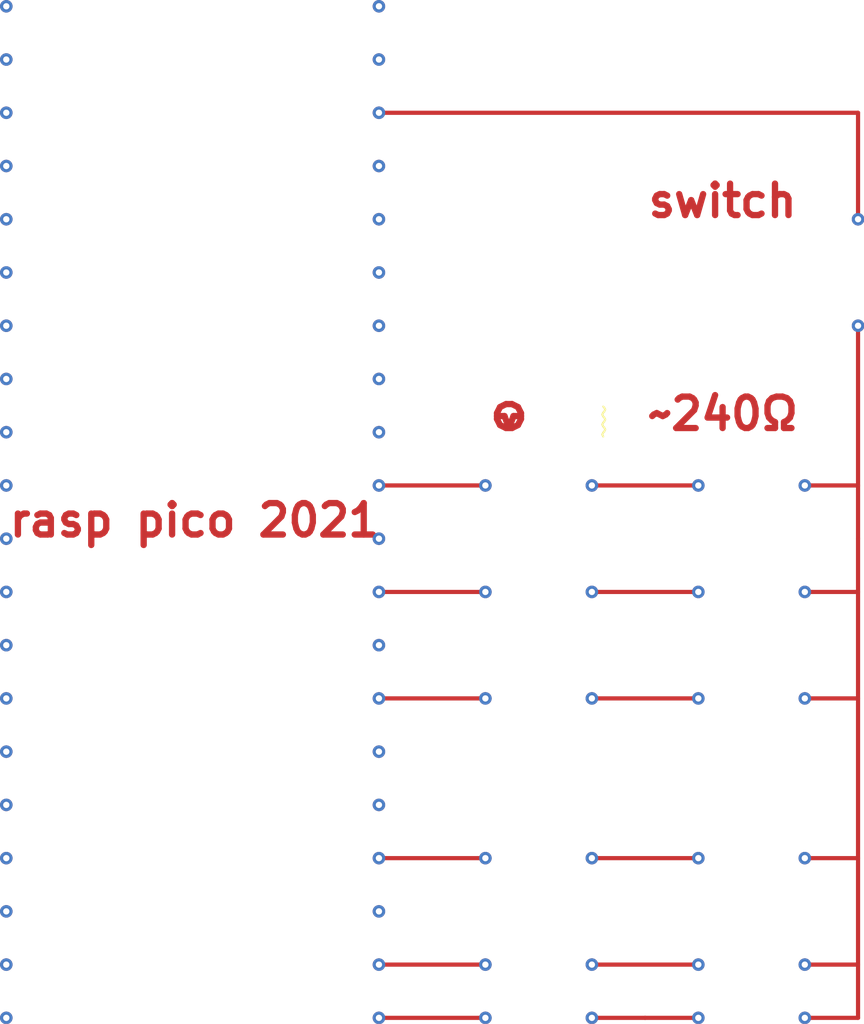
<source format=kicad_pcb>
(kicad_pcb (version 20230517) (generator pcbnew)

  (general
    (thickness 1.6)
  )

  (paper "A4")
  (layers
    (0 "F.Cu" signal)
    (31 "B.Cu" signal)
    (32 "B.Adhes" user "B.Adhesive")
    (33 "F.Adhes" user "F.Adhesive")
    (34 "B.Paste" user)
    (35 "F.Paste" user)
    (36 "B.SilkS" user "B.Silkscreen")
    (37 "F.SilkS" user "F.Silkscreen")
    (38 "B.Mask" user)
    (39 "F.Mask" user)
    (40 "Dwgs.User" user "User.Drawings")
    (41 "Cmts.User" user "User.Comments")
    (42 "Eco1.User" user "User.Eco1")
    (43 "Eco2.User" user "User.Eco2")
    (44 "Edge.Cuts" user)
    (45 "Margin" user)
    (46 "B.CrtYd" user "B.Courtyard")
    (47 "F.CrtYd" user "F.Courtyard")
    (48 "B.Fab" user)
    (49 "F.Fab" user)
    (50 "User.1" user)
    (51 "User.2" user)
    (52 "User.3" user)
    (53 "User.4" user)
    (54 "User.5" user)
    (55 "User.6" user)
    (56 "User.7" user)
    (57 "User.8" user)
    (58 "User.9" user)
  )

  (setup
    (pad_to_mask_clearance 0)
    (pcbplotparams
      (layerselection 0x00010fc_ffffffff)
      (plot_on_all_layers_selection 0x0000000_00000000)
      (disableapertmacros false)
      (usegerberextensions false)
      (usegerberattributes true)
      (usegerberadvancedattributes true)
      (creategerberjobfile true)
      (dashed_line_dash_ratio 12.000000)
      (dashed_line_gap_ratio 3.000000)
      (svgprecision 4)
      (plotframeref false)
      (viasonmask false)
      (mode 1)
      (useauxorigin false)
      (hpglpennumber 1)
      (hpglpenspeed 20)
      (hpglpendiameter 15.000000)
      (pdf_front_fp_property_popups true)
      (pdf_back_fp_property_popups true)
      (dxfpolygonmode true)
      (dxfimperialunits true)
      (dxfusepcbnewfont true)
      (psnegative false)
      (psa4output false)
      (plotreference true)
      (plotvalue true)
      (plotinvisibletext false)
      (sketchpadsonfab false)
      (subtractmaskfromsilk false)
      (outputformat 1)
      (mirror false)
      (drillshape 1)
      (scaleselection 1)
      (outputdirectory "")
    )
  )

  (net 0 "")

  (gr_text "⎉" (at 45.72 33.02) (layer "F.Cu") (tstamp 40508132-6fc8-4a6f-be98-713d4a6d6a8c)
    (effects (font (size 1.5 1.5) (thickness 0.3) bold) (justify left bottom))
  )
  (gr_text locked "rasp pico 2021\n" (at 22.86 38.1) (layer "F.Cu") (tstamp 5baea2b0-c57f-41b5-ad2d-eca20ed821a7)
    (effects (font (size 1.5 1.5) (thickness 0.3) bold) (justify left bottom))
  )
  (gr_text locked "~240Ω" (at 53.34 33.02) (layer "F.Cu") (tstamp 6a3d9ca3-2fb3-4000-b829-d66a717bf5fb)
    (effects (font (size 1.5 1.5) (thickness 0.3) bold) (justify left bottom))
  )
  (gr_text locked "switch" (at 53.34 22.86) (layer "F.Cu") (tstamp 92bb17bf-3738-4aeb-9916-65d222bb2f0c)
    (effects (font (size 1.5 1.5) (thickness 0.3) bold) (justify left bottom))
  )
  (gr_text "⌇" (at 50.8 33.02) (layer "F.SilkS") (tstamp 02dd2559-e347-4331-af64-8d0aa9320efa)
    (effects (font (size 1 1) (thickness 0.1)) (justify left bottom))
  )

  (segment (start 50.8 58.42) (end 55.88 58.42) (width 0.2) (layer "F.Cu") (net 0) (tstamp 057282a5-642f-40d1-988f-b8e87c53de11))
  (segment (start 60.96 53.34) (end 63.5 53.34) (width 0.2) (layer "F.Cu") (net 0) (tstamp 1191d831-6e80-4792-9424-f1abe906ecce))
  (segment (start 45.72 45.72) (end 40.64 45.72) (width 0.2) (layer "F.Cu") (net 0) (tstamp 125da035-766c-40ee-a6cc-0f0b513135a5))
  (segment (start 45.72 60.96) (end 40.64 60.96) (width 0.2) (layer "F.Cu") (net 0) (tstamp 13fe5552-1757-40b5-9d36-aee435b22264))
  (segment (start 60.96 45.72) (end 63.5 45.72) (width 0.2) (layer "F.Cu") (net 0) (tstamp 241ec422-715f-4320-b589-991ab31d2749))
  (segment (start 63.5 40.64) (end 63.5 58.42) (width 0) (layer "F.Cu") (net 0) (tstamp 2642ec30-0e97-4f16-b7ce-783f7770883a))
  (segment (start 63.5 27.94) (end 63.5 35.56) (width 0.2) (layer "F.Cu") (net 0) (tstamp 29328ebf-6c1b-4720-9ca6-13bb4032ce98))
  (segment (start 60.96 60.96) (end 63.5 60.96) (width 0.2) (layer "F.Cu") (net 0) (tstamp 2c00f634-2396-48f6-a42d-a6879411d587))
  (segment (start 50.8 40.64) (end 53.34 40.64) (width 0) (layer "F.Cu") (net 0) (tstamp 2d9d82b8-e985-4b7e-be4c-554cdf50b046))
  (segment (start 53.34 60.96) (end 55.88 60.96) (width 0.2) (layer "F.Cu") (net 0) (tstamp 43c126b4-8ae4-4b73-a508-90b77f30006e))
  (segment (start 50.8 60.96) (end 53.34 60.96) (width 0.2) (layer "F.Cu") (net 0) (tstamp 449cd066-8a7f-4019-b02b-ed2dc8e78ced))
  (segment (start 50.8 53.34) (end 55.88 53.34) (width 0.2) (layer "F.Cu") (net 0) (tstamp 44b13ef6-36bc-440d-bff0-a4edc4e86bb3))
  (segment (start 63.5 58.42) (end 63.5 60.96) (width 0) (layer "F.Cu") (net 0) (tstamp 68fa48d5-980e-4b9c-af44-c3917031d118))
  (segment (start 63.5 35.56) (end 63.5 40.64) (width 0) (layer "F.Cu") (net 0) (tstamp 8dc9f0a6-69a3-4765-9c70-65f0925bbe07))
  (segment (start 60.96 35.56) (end 63.5 35.56) (width 0.2) (layer "F.Cu") (net 0) (tstamp 92c05a36-bbcd-4692-ba8e-75e76775c69e))
  (segment (start 63.5 35.56) (end 63.5 38.1) (width 0.2) (layer "F.Cu") (net 0) (tstamp 9b55f58a-5561-47d2-bd36-0f430514750d))
  (segment (start 40.64 17.78) (end 63.5 17.78) (width 0.2) (layer "F.Cu") (net 0) (tstamp a33aedca-27dc-4768-a8fe-c6f75f3ca3b5))
  (segment (start 45.72 53.34) (end 40.64 53.34) (width 0.2) (layer "F.Cu") (net 0) (tstamp abfebf32-5b56-4acd-a90a-f5414a697d3d))
  (segment (start 40.64 58.42) (end 45.72 58.42) (width 0.2) (layer "F.Cu") (net 0) (tstamp af6a4df0-795f-4bfd-a2be-b54e918059b9))
  (segment (start 50.8 40.64) (end 55.88 40.64) (width 0.2) (layer "F.Cu") (net 0) (tstamp afa781d4-9028-4b85-a131-0dad198664b5))
  (segment (start 45.72 40.64) (end 40.64 40.64) (width 0.2) (layer "F.Cu") (net 0) (tstamp b3017f31-b837-4da1-8fc8-7f3f4f6bb0dd))
  (segment (start 53.34 40.64) (end 55.88 40.64) (width 0) (layer "F.Cu") (net 0) (tstamp b949cdf5-340b-4c19-bc99-184fc67179d4))
  (segment (start 63.5 38.1) (end 63.5 60.96) (width 0.2) (layer "F.Cu") (net 0) (tstamp c2597d0e-0e79-4e22-8117-9a0f36069ad6))
  (segment (start 50.8 60.96) (end 55.88 60.96) (width 0) (layer "F.Cu") (net 0) (tstamp c9845acc-8635-4dc3-a1dd-f8f45a28ae62))
  (segment (start 50.8 35.56) (end 55.88 35.56) (width 0.2) (layer "F.Cu") (net 0) (tstamp e1cf5153-d1e7-41d8-8b6e-21953ed3a611))
  (segment (start 60.96 40.64) (end 63.5 40.64) (width 0.2) (layer "F.Cu") (net 0) (tstamp ed1ff223-bb42-4337-a2a0-3c3301f8cd48))
  (segment (start 60.96 58.42) (end 63.5 58.42) (width 0.2) (layer "F.Cu") (net 0) (tstamp f4c6f916-302b-46db-9354-85121b04340f))
  (segment (start 40.64 35.56) (end 45.72 35.56) (width 0.2) (layer "F.Cu") (net 0) (tstamp f8242fbf-020a-4b5d-b05d-3f0d98dd52e8))
  (segment (start 50.8 45.72) (end 55.88 45.72) (width 0.2) (layer "F.Cu") (net 0) (tstamp fb0b5aff-fccf-436a-b5e8-7f44ceb669ae))
  (segment (start 63.5 17.78) (end 63.5 22.86) (width 0.2) (layer "F.Cu") (net 0) (tstamp fb5cf450-85fc-45c5-a5fa-c81a1c70ba6a))
  (via (at 22.86 27.94) (size 0.6) (drill 0.3) (layers "F.Cu" "B.Cu") (net 0) (tstamp 035087ff-6036-4c6c-be53-10bad5a66b51))
  (via (at 22.86 40.64) (size 0.6) (drill 0.3) (layers "F.Cu" "B.Cu") (net 0) (tstamp 03f46cbc-0723-48be-a21d-fb083ff10cb0))
  (via (at 40.64 30.48) (size 0.6) (drill 0.3) (layers "F.Cu" "B.Cu") (net 0) (tstamp 0473891a-9a91-4a4c-9813-6b0c1559c09a))
  (via (at 22.86 20.32) (size 0.6) (drill 0.3) (layers "F.Cu" "B.Cu") (net 0) (tstamp 0dc8d228-8d27-47cd-a656-b69507865284))
  (via (at 55.88 35.56) (size 0.6) (drill 0.3) (layers "F.Cu" "B.Cu") (net 0) (tstamp 11104d13-7b4a-4319-bf22-b054f2b0b9b6))
  (via (at 22.86 35.56) (size 0.6) (drill 0.3) (layers "F.Cu" "B.Cu") (net 0) (tstamp 1802bd46-af9c-4c3f-bdc8-27c8c30f07af))
  (via (at 22.86 12.7) (size 0.6) (drill 0.3) (layers "F.Cu" "B.Cu") (net 0) (tstamp 18ab9ca9-4415-4bc6-b4aa-e1d931cef678))
  (via (at 60.96 35.56) (size 0.6) (drill 0.3) (layers "F.Cu" "B.Cu") (net 0) (tstamp 1e0de609-94b2-4268-80f6-f911229199f5))
  (via (at 60.96 45.72) (size 0.6) (drill 0.3) (layers "F.Cu" "B.Cu") (net 0) (tstamp 1e3c7754-653a-4f2d-b53e-897b505e4b0d))
  (via (at 22.86 53.34) (size 0.6) (drill 0.3) (layers "F.Cu" "B.Cu") (net 0) (tstamp 211d6f9e-450c-4ccd-ab64-9f0ffaa31992))
  (via (at 22.86 55.88) (size 0.6) (drill 0.3) (layers "F.Cu" "B.Cu") (net 0) (tstamp 21deb92c-1df4-45e7-80ff-b7a602ff080d))
  (via (at 40.64 35.56) (size 0.6) (drill 0.3) (layers "F.Cu" "B.Cu") (net 0) (tstamp 2e011844-5837-44e6-8140-cd29bcafae11))
  (via (at 40.64 55.88) (size 0.6) (drill 0.3) (layers "F.Cu" "B.Cu") (net 0) (tstamp 316d4158-fe5d-410d-a68b-c999b32d7f5d))
  (via (at 50.8 60.96) (size 0.6) (drill 0.3) (layers "F.Cu" "B.Cu") (net 0) (tstamp 38b50698-7f3e-4b90-9000-5374232f5713))
  (via (at 22.86 43.18) (size 0.6) (drill 0.3) (layers "F.Cu" "B.Cu") (net 0) (tstamp 3d26d936-976d-4d28-a04a-28f96f689411))
  (via (at 40.64 53.34) (size 0.6) (drill 0.3) (layers "F.Cu" "B.Cu") (net 0) (tstamp 40542708-4af8-4cb0-8b9a-8be2992c672e))
  (via (at 40.64 33.02) (size 0.6) (drill 0.3) (layers "F.Cu" "B.Cu") (net 0) (tstamp 4afaf97e-a3f8-43bc-87ec-9c0848099e15))
  (via (at 60.96 40.64) (size 0.6) (drill 0.3) (layers "F.Cu" "B.Cu") (net 0) (tstamp 4d2f92ea-dbc0-4d23-8d1b-2ca42c50bc56))
  (via (at 22.86 48.26) (size 0.6) (drill 0.3) (layers "F.Cu" "B.Cu") (net 0) (tstamp 4e092f11-49aa-4554-9478-d8b45bb835ce))
  (via (at 50.8 53.34) (size 0.6) (drill 0.3) (layers "F.Cu" "B.Cu") (net 0) (tstamp 50775ac4-af93-4e5d-9a08-60eaa3e2084e))
  (via (at 22.86 58.42) (size 0.6) (drill 0.3) (layers "F.Cu" "B.Cu") (net 0) (tstamp 58a3bbc6-c663-48db-8cdf-f976fa08d50c))
  (via (at 45.72 53.34) (size 0.6) (drill 0.3) (layers "F.Cu" "B.Cu") (net 0) (tstamp 5e0f7009-f4e4-4150-abbf-ee56c321df9e))
  (via (at 40.64 12.7) (size 0.6) (drill 0.3) (layers "F.Cu" "B.Cu") (net 0) (tstamp 5e859e07-1262-4dd8-a9dc-751dabd9b820))
  (via (at 63.5 22.86) (size 0.6) (drill 0.3) (layers "F.Cu" "B.Cu") (net 0) (tstamp 69a6feeb-97a0-4df4-b2fd-4620d72a906e))
  (via (at 50.8 35.56) (size 0.6) (drill 0.3) (layers "F.Cu" "B.Cu") (net 0) (tstamp 6fdddebb-4b49-4b5b-9f39-21c22448be21))
  (via (at 45.72 40.64) (size 0.6) (drill 0.3) (layers "F.Cu" "B.Cu") (net 0) (tstamp 7099e328-89ea-4bde-ae65-2f4a7fa221fa))
  (via (at 60.96 53.34) (size 0.6) (drill 0.3) (layers "F.Cu" "B.Cu") (net 0) (tstamp 725a5155-7647-400e-a8d3-5e99db3cdc97))
  (via (at 40.64 50.8) (size 0.6) (drill 0.3) (layers "F.Cu" "B.Cu") (net 0) (tstamp 738ee70b-d9fe-477f-af35-e843e5840cde))
  (via (at 40.64 45.72) (size 0.6) (drill 0.3) (layers "F.Cu" "B.Cu") (net 0) (tstamp 74587449-8c76-45b2-97b2-6044c9f15ea4))
  (via (at 40.64 20.32) (size 0.6) (drill 0.3) (layers "F.Cu" "B.Cu") (net 0) (tstamp 7b315307-5d27-48f9-b0ac-2e4cfce098c5))
  (via (at 40.64 22.86) (size 0.6) (drill 0.3) (layers "F.Cu" "B.Cu") (net 0) (tstamp 7e5368d4-bbac-4134-9ee7-eea201c8182b))
  (via (at 45.72 45.72) (size 0.6) (drill 0.3) (layers "F.Cu" "B.Cu") (net 0) (tstamp 80470a26-41d0-4b3c-89c7-d3d5ac0c2d26))
  (via (at 50.8 45.72) (size 0.6) (drill 0.3) (layers "F.Cu" "B.Cu") (net 0) (tstamp 81352f9f-a99d-4795-bdcc-05f581ab5d56))
  (via (at 40.64 15.24) (size 0.6) (drill 0.3) (layers "F.Cu" "B.Cu") (net 0) (tstamp 8242945a-967e-4050-a279-a9467c683490))
  (via (at 60.96 60.96) (size 0.6) (drill 0.3) (layers "F.Cu" "B.Cu") (net 0) (tstamp 83e6caa4-559c-4c6a-a534-b33eae69a08d))
  (via (at 40.64 58.42) (size 0.6) (drill 0.3) (layers "F.Cu" "B.Cu") (net 0) (tstamp 857ebe4d-f0d0-4ac0-bf57-9d2835a1b92d))
  (via (at 22.86 33.02) (size 0.6) (drill 0.3) (layers "F.Cu" "B.Cu") (net 0) (tstamp 85b61358-f126-4e37-a4e4-8e5d9adfd32e))
  (via (at 22.86 60.96) (size 0.6) (drill 0.3) (layers "F.Cu" "B.Cu") (net 0) (tstamp 95ecdda6-154a-4c7f-a1ce-8ab38b814cc6))
  (via (at 22.86 50.8) (size 0.6) (drill 0.3) (layers "F.Cu" "B.Cu") (net 0) (tstamp a1e48470-3dcb-4772-86ca-cec3e2a2fb58))
  (via (at 40.64 43.18) (size 0.6) (drill 0.3) (layers "F.Cu" "B.Cu") (net 0) (tstamp a8358cba-0c40-4812-8d4f-e96c3ca1afc3))
  (via (at 22.86 22.86) (size 0.6) (drill 0.3) (layers "F.Cu" "B.Cu") (net 0) (tstamp a9e4ec33-a1b2-4ecd-a764-5496c34e73b2))
  (via (at 45.72 58.42) (size 0.6) (drill 0.3) (layers "F.Cu" "B.Cu") (net 0) (tstamp ad89954c-89bd-4ff0-9502-98de89adc65b))
  (via (at 60.96 58.42) (size 0.6) (drill 0.3) (layers "F.Cu" "B.Cu") (net 0) (tstamp aee55fd6-dac4-499a-87ff-2b35c488804c))
  (via (at 40.64 40.64) (size 0.6) (drill 0.3) (layers "F.Cu" "B.Cu") (net 0) (tstamp b4b48a32-ea81-4b27-808b-c50457cbb497))
  (via (at 22.86 30.48) (size 0.6) (drill 0.3) (layers "F.Cu" "B.Cu") (net 0) (tstamp b7b7e636-7975-4581-b2ff-35dc2761928f))
  (via (at 22.86 15.24) (size 0.6) (drill 0.3) (layers "F.Cu" "B.Cu") (net 0) (tstamp ba206836-fe3b-49d7-9220-5e6ca6395159))
  (via (at 55.88 45.72) (size 0.6) (drill 0.3) (layers "F.Cu" "B.Cu") (net 0) (tstamp c04a6f84-b297-41ae-b1b7-f1d1006fcdb0))
  (via (at 45.72 60.96) (size 0.6) (drill 0.3) (layers "F.Cu" "B.Cu") (net 0) (tstamp c17a8810-f122-40f6-9967-0668bb4d803c))
  (via (at 55.88 40.64) (size 0.6) (drill 0.3) (layers "F.Cu" "B.Cu") (net 0) (tstamp c2d5b892-5853-4a85-b56b-08ef37165db8))
  (via (at 55.88 58.42) (size 0.6) (drill 0.3) (layers "F.Cu" "B.Cu") (net 0) (tstamp c3f48ba0-9d66-4dc0-94aa-2ebc0237f47f))
  (via (at 40.64 25.4) (size 0.6) (drill 0.3) (layers "F.Cu" "B.Cu") (net 0) (tstamp c4aa53eb-1c15-45f0-8050-86e41fb5d04a))
  (via (at 40.64 17.78) (size 0.6) (drill 0.3) (layers "F.Cu" "B.Cu") (net 0) (tstamp c4b5adf6-c355-470a-abbc-24d7ffb93ad5))
  (via (at 50.8 40.64) (size 0.6) (drill 0.3) (layers "F.Cu" "B.Cu") (net 0) (tstamp c626f713-16cf-48b0-83f1-0515a5dbbac5))
  (via (at 22.86 45.72) (size 0.6) (drill 0.3) (layers "F.Cu" "B.Cu") (net 0) (tstamp ca834bcc-66d2-4154-9da2-e4ead61d3160))
  (via (at 40.64 60.96) (size 0.6) (drill 0.3) (layers "F.Cu" "B.Cu") (net 0) (tstamp d1509328-0da7-41be-8aae-27053c4b892b))
  (via (at 63.5 27.94) (size 0.6) (drill 0.3) (layers "F.Cu" "B.Cu") (net 0) (tstamp d6ad1034-aee8-448a-aa0c-9e3a4af66e89))
  (via (at 40.64 48.26) (size 0.6) (drill 0.3) (layers "F.Cu" "B.Cu") (net 0) (tstamp db28e3cb-cf1e-4c54-9d48-931e5dfa5a1c))
  (via (at 55.88 53.34) (size 0.6) (drill 0.3) (layers "F.Cu" "B.Cu") (net 0) (tstamp e32c3bf8-ab49-4231-a2e7-38d209cfb921))
  (via (at 40.64 27.94) (size 0.6) (drill 0.3) (layers "F.Cu" "B.Cu") (net 0) (tstamp eb3a7f29-192d-42c3-b654-9a80d7559e39))
  (via (at 45.72 35.56) (size 0.6) (drill 0.3) (layers "F.Cu" "B.Cu") (net 0) (tstamp eba55a40-c0a7-4050-b739-96931e4e7d6f))
  (via (at 50.8 58.42) (size 0.6) (drill 0.3) (layers "F.Cu" "B.Cu") (net 0) (tstamp ec794619-2e05-4ded-8046-89207ac7c6b1))
  (via (at 40.64 38.1) (size 0.6) (drill 0.3) (layers "F.Cu" "B.Cu") (net 0) (tstamp eeba4cf7-f1f6-43ee-a31f-4fb77a77acf8))
  (via (at 55.88 60.96) (size 0.6) (drill 0.3) (layers "F.Cu" "B.Cu") (net 0) (tstamp f2e1d898-1080-4a59-be01-add0a707d477))
  (via (at 22.86 38.1) (size 0.6) (drill 0.3) (layers "F.Cu" "B.Cu") (net 0) (tstamp f60e43be-c193-4f46-9cfb-328782a7b5a3))
  (via (at 22.86 17.78) (size 0.6) (drill 0.3) (layers "F.Cu" "B.Cu") (net 0) (tstamp fbcda85d-b746-48d1-9abc-b93e034d7eb8))
  (via (at 22.86 25.4) (size 0.6) (drill 0.3) (layers "F.Cu" "B.Cu") (net 0) (tstamp fc8f4886-6d79-4dcb-a8ce-97d788e41b5f))

)

</source>
